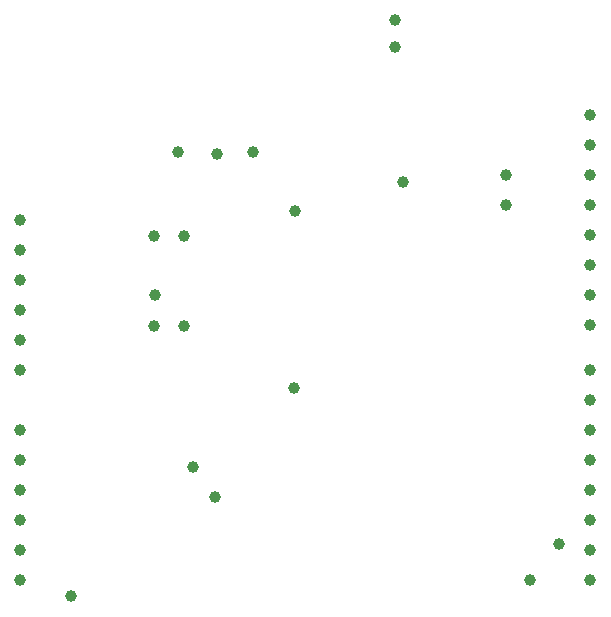
<source format=gbr>
M48
;DRILL file {Pcbnew (2013-may-18)-stable} date Пт 28 авг 2015 20:37:49
;FORMAT={-:-/ absolute / inch / decimal}
FMAT,2
INCH,TZ
T1C0.039
%
G90
G05
M72
T1
X4.82Y-3.89
X4.82Y-3.99
X4.82Y-4.09
X4.82Y-4.19
X4.82Y-4.29
X4.82Y-4.39
X4.82Y-4.59
X4.82Y-4.69
X4.82Y-4.79
X4.82Y-4.89
X4.82Y-4.99
X4.82Y-5.09
X4.99Y-5.145
X5.265Y-3.9445
X5.265Y-4.2445
X5.27Y-4.14
X5.345Y-3.665
X5.365Y-3.9445
X5.365Y-4.2445
X5.395Y-4.715
X5.47Y-4.815
X5.475Y-3.67
X5.595Y-3.665
X5.7325Y-4.45
X5.735Y-3.86
X6.07Y-3.225
X6.07Y-3.315
X6.095Y-3.765
X6.44Y-3.74
X6.44Y-3.84
X6.52Y-5.09
X6.615Y-4.97
X6.72Y-3.54
X6.72Y-3.64
X6.72Y-3.74
X6.72Y-3.84
X6.72Y-3.94
X6.72Y-4.04
X6.72Y-4.14
X6.72Y-4.24
X6.72Y-4.39
X6.72Y-4.49
X6.72Y-4.59
X6.72Y-4.69
X6.72Y-4.79
X6.72Y-4.89
X6.72Y-4.99
X6.72Y-5.09
T0
M30

</source>
